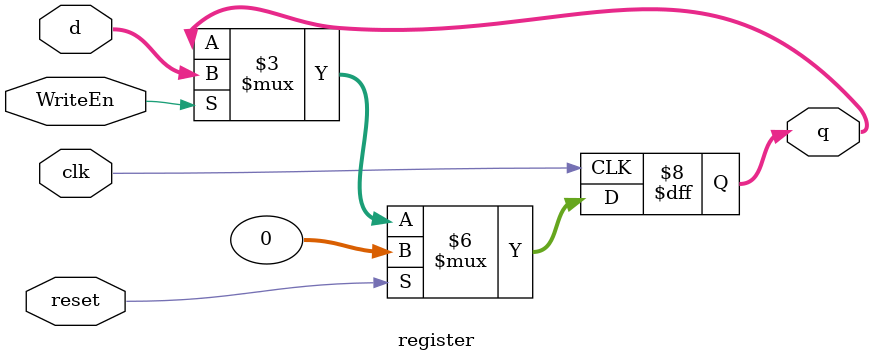
<source format=v>
`timescale 1 ps / 100 fs

module RegisterFile (
    input  [ 4:0] ReadRegister1,
    input  [ 4:0] ReadRegister2,
    input  [ 4:0] WriteRegister,
    input  [31:0] WriteData,
    input         RegWrite,
    input         reset,
    input         clk,
    output [31:0] ReadData1,
    output [31:0] ReadData2
);

  // array for all 32, 32 bit registers
  reg [31:0] RegArray[0:31];

  integer i = 0;
  always @(posedge clk or posedge reset) begin
      if (reset)
          for (i = 0; i < 32; i++) RegArray[i] <= 0;
      else if (RegWrite && WriteRegister != 0)
          RegArray[WriteRegister] = WriteData;
  end

  assign ReadData1 = RegArray[ReadRegister1];
  assign ReadData2 = RegArray[ReadRegister2];

endmodule


// register: N bit register
// acts as N d flip flops
module register #(
    parameter N = 32
) (
    input [N-1:0] d,
    input WriteEn,
    input clk,
    input reset,
    output reg [N-1:0] q
);

  always @(posedge clk) begin
    if (reset) q <= {N{1'b0}};  // all zeros
    else if (WriteEn) q <= d;
  end

endmodule

</source>
